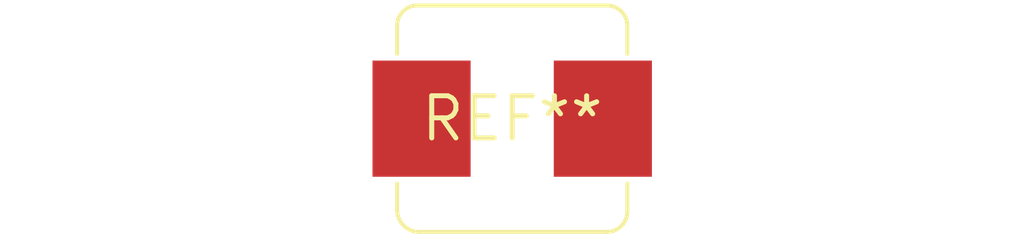
<source format=kicad_pcb>
(kicad_pcb (version 20240108) (generator pcbnew)
  (layers (0 "F.Cu" signal) (31 "B.Cu" signal) (34 "B.Paste" user) (35 "F.Paste" user) (36 "B.SilkS" user "B.Silkscreen") (37 "F.SilkS" user "F.Silkscreen") (38 "B.Mask" user) (39 "F.Mask" user) (44 "Edge.Cuts" user))
  (net 0 "")
  (footprint "L_Bourns_SRP7028A_7.3x6.6mm" (layer "F.Cu") (at 0 0)
    (property "Reference" "REF**")
    (property "Value" "L_Bourns_SRP7028A_7.3x6.6mm")
    (fp_line (start -3.46 -1.95) (end -3.46 -2.8) (layer "F.SilkS") (stroke (width 0.12)))
    (fp_line (start -3.46 2.75) (end -3.46 1.95) (layer "F.SilkS") (stroke (width 0.12)))
    (fp_line (start -2.85 -3.41) (end 2.85 -3.41) (layer "F.SilkS") (stroke (width 0.12)))
    (fp_line (start 2.85 3.41) (end -2.8 3.41) (layer "F.SilkS") (stroke (width 0.12)))
    (fp_line (start 3.46 -2.8) (end 3.46 -1.95) (layer "F.SilkS") (stroke (width 0.12)))
    (fp_line (start 3.46 1.95) (end 3.46 2.8) (layer "F.SilkS") (stroke (width 0.12)))
    (fp_arc (start -3.46 -2.8) (mid -3.281335 -3.231335) (end -2.85 -3.41) (layer "F.SilkS") (stroke (width 0.12)))
    (fp_arc (start -2.8 3.41) (mid -3.26669 3.21669) (end -3.46 2.75) (layer "F.SilkS") (stroke (width 0.12)))
    (fp_arc (start 2.85 -3.41) (mid 3.281335 -3.231335) (end 3.46 -2.8) (layer "F.SilkS") (stroke (width 0.12)))
    (fp_arc (start 3.46 2.8) (mid 3.281335 3.231335) (end 2.85 3.41) (layer "F.SilkS") (stroke (width 0.12)))
    (pad "1" smd rect (at -2.725 0) (size 2.95 3.5) (layers "F.Cu" "F.Paste" "F.Mask"))
    (pad "2" smd rect (at 2.725 0) (size 2.95 3.5) (layers "F.Cu" "F.Paste" "F.Mask"))
  )
)
</source>
